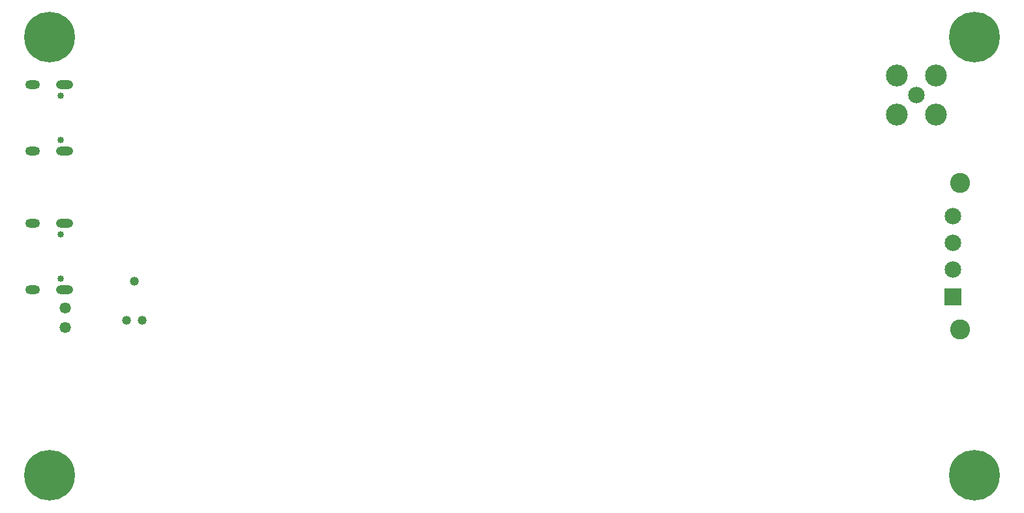
<source format=gbr>
%FSLAX46Y46*%
%MOMM*%
%AMPS13*
1,1,2.140000,0.000000,0.000000*
%
%ADD13PS13*%
%AMPS12*
1,1,2.840000,0.000000,0.000000*
%
%ADD12PS12*%
%AMPS19*
1,1,2.140000,0.000000,0.000000*
%
%ADD19PS19*%
%AMPS10*
1,1,6.590000,0.000000,0.000000*
%
%ADD10PS10*%
%AMPS16*
21,1,1.100000,1.140000,0.000000,0.000000,0.000000*
1,1,1.140000,0.550000,0.000000*
1,1,1.140000,-0.550000,0.000000*
%
%ADD16PS16*%
%AMPS14*
21,1,0.800000,1.140000,0.000000,0.000000,0.000000*
1,1,1.140000,0.400000,0.000000*
1,1,1.140000,-0.400000,0.000000*
%
%ADD14PS14*%
%AMPS11*
1,1,1.470000,0.000000,0.000000*
%
%ADD11PS11*%
%AMPS15*
1,1,0.850000,0.000000,0.000000*
%
%ADD15PS15*%
%AMPS17*
1,1,1.190600,0.000000,0.000000*
%
%ADD17PS17*%
%AMPS20*
1,1,2.600000,0.000000,0.000000*
%
%ADD20PS20*%
%AMPS18*
21,1,2.140000,2.140000,0.000000,0.000000,90.000000*
%
%ADD18PS18*%
G01*
%LPD*%
G01*
%LPD*%
G75*
D10*
X3499999Y-28500000D03*
D11*
X5500000Y-6730000D03*
D11*
X5500000Y-9270000D03*
D12*
X118540000Y18460000D03*
D12*
X113460000Y23540000D03*
D12*
X113460000Y18460000D03*
D12*
X118540000Y23540000D03*
D13*
X116000000Y21000000D03*
D10*
X123500000Y28500000D03*
D14*
X1250000Y13680000D03*
D15*
X4930000Y15110000D03*
D15*
X4930000Y20890000D03*
D14*
X1250000Y22320000D03*
D16*
X5430000Y22320000D03*
D16*
X5430000Y13680000D03*
D17*
X15516000Y-8290000D03*
D17*
X13484000Y-8290000D03*
D17*
X14500000Y-3210000D03*
D10*
X123500000Y-28500000D03*
D14*
X1250000Y-4320000D03*
D15*
X4930000Y-2890000D03*
D15*
X4930000Y2890000D03*
D14*
X1250000Y4320000D03*
D16*
X5430000Y4320000D03*
D16*
X5430000Y-4320000D03*
D10*
X3500000Y28500000D03*
D18*
X120750000Y-5250000D03*
D19*
X120750000Y-1750000D03*
D20*
X121650000Y-9550000D03*
D20*
X121650000Y9550000D03*
D19*
X120750000Y1750000D03*
D19*
X120750000Y5250000D03*
M02*

</source>
